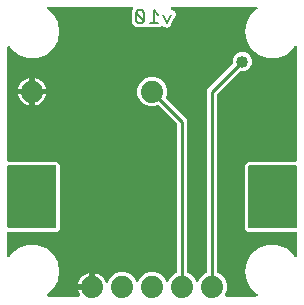
<source format=gbr>
G04 EAGLE Gerber RS-274X export*
G75*
%MOMM*%
%FSLAX34Y34*%
%LPD*%
%INBottom Copper*%
%IPPOS*%
%AMOC8*
5,1,8,0,0,1.08239X$1,22.5*%
G01*
%ADD10C,0.177800*%
%ADD11C,1.879600*%
%ADD12C,0.254000*%
%ADD13C,1.016000*%

G36*
X65081Y4324D02*
X65081Y4324D01*
X65121Y4321D01*
X65238Y4344D01*
X65357Y4359D01*
X65394Y4373D01*
X65433Y4381D01*
X65541Y4432D01*
X65652Y4476D01*
X65685Y4499D01*
X65721Y4516D01*
X65813Y4592D01*
X65910Y4662D01*
X65935Y4693D01*
X65966Y4719D01*
X66036Y4815D01*
X66113Y4907D01*
X66130Y4944D01*
X66153Y4976D01*
X66197Y5087D01*
X66248Y5195D01*
X66256Y5234D01*
X66270Y5271D01*
X66285Y5390D01*
X66308Y5507D01*
X66305Y5547D01*
X66310Y5587D01*
X66296Y5706D01*
X66288Y5825D01*
X66276Y5863D01*
X66271Y5902D01*
X66227Y6014D01*
X66190Y6127D01*
X66169Y6161D01*
X66154Y6198D01*
X66068Y6334D01*
X65989Y6443D01*
X65136Y8117D01*
X64555Y9904D01*
X64515Y10161D01*
X74930Y10161D01*
X75048Y10176D01*
X75167Y10183D01*
X75205Y10196D01*
X75245Y10201D01*
X75356Y10244D01*
X75469Y10281D01*
X75503Y10303D01*
X75541Y10318D01*
X75637Y10388D01*
X75738Y10451D01*
X75766Y10481D01*
X75798Y10504D01*
X75874Y10596D01*
X75956Y10683D01*
X75975Y10718D01*
X76001Y10749D01*
X76052Y10857D01*
X76109Y10961D01*
X76120Y11001D01*
X76137Y11037D01*
X76159Y11154D01*
X76189Y11269D01*
X76193Y11330D01*
X76197Y11350D01*
X76195Y11370D01*
X76199Y11430D01*
X76199Y12701D01*
X77470Y12701D01*
X77588Y12716D01*
X77707Y12723D01*
X77745Y12736D01*
X77785Y12741D01*
X77896Y12785D01*
X78009Y12821D01*
X78044Y12843D01*
X78081Y12858D01*
X78177Y12928D01*
X78278Y12991D01*
X78306Y13021D01*
X78339Y13045D01*
X78414Y13136D01*
X78496Y13223D01*
X78516Y13258D01*
X78541Y13290D01*
X78592Y13397D01*
X78650Y13502D01*
X78660Y13541D01*
X78677Y13577D01*
X78699Y13694D01*
X78729Y13809D01*
X78733Y13870D01*
X78737Y13890D01*
X78735Y13910D01*
X78739Y13970D01*
X78739Y24385D01*
X78996Y24345D01*
X80783Y23764D01*
X82457Y22911D01*
X83978Y21806D01*
X85306Y20478D01*
X86411Y18957D01*
X87264Y17283D01*
X87415Y16818D01*
X87428Y16791D01*
X87435Y16762D01*
X87495Y16648D01*
X87550Y16530D01*
X87569Y16507D01*
X87583Y16481D01*
X87670Y16385D01*
X87753Y16285D01*
X87777Y16268D01*
X87797Y16246D01*
X87906Y16174D01*
X88010Y16098D01*
X88038Y16087D01*
X88063Y16071D01*
X88186Y16029D01*
X88306Y15981D01*
X88336Y15977D01*
X88364Y15968D01*
X88493Y15957D01*
X88621Y15941D01*
X88651Y15945D01*
X88681Y15942D01*
X88809Y15965D01*
X88937Y15981D01*
X88965Y15992D01*
X88994Y15997D01*
X89112Y16050D01*
X89233Y16098D01*
X89257Y16115D01*
X89284Y16127D01*
X89385Y16208D01*
X89490Y16284D01*
X89509Y16307D01*
X89533Y16326D01*
X89611Y16430D01*
X89693Y16529D01*
X89706Y16556D01*
X89724Y16580D01*
X89795Y16725D01*
X91048Y19750D01*
X94550Y23252D01*
X99124Y25147D01*
X104076Y25147D01*
X108650Y23252D01*
X112152Y19750D01*
X113127Y17395D01*
X113196Y17275D01*
X113261Y17152D01*
X113275Y17137D01*
X113285Y17119D01*
X113382Y17019D01*
X113475Y16916D01*
X113492Y16905D01*
X113506Y16891D01*
X113624Y16818D01*
X113741Y16742D01*
X113760Y16735D01*
X113777Y16724D01*
X113910Y16684D01*
X114042Y16638D01*
X114062Y16637D01*
X114081Y16631D01*
X114220Y16624D01*
X114359Y16613D01*
X114379Y16617D01*
X114399Y16616D01*
X114535Y16644D01*
X114672Y16668D01*
X114691Y16676D01*
X114710Y16680D01*
X114835Y16741D01*
X114962Y16798D01*
X114978Y16811D01*
X114996Y16820D01*
X115102Y16910D01*
X115210Y16997D01*
X115223Y17013D01*
X115238Y17026D01*
X115318Y17140D01*
X115402Y17251D01*
X115414Y17276D01*
X115421Y17286D01*
X115428Y17305D01*
X115473Y17395D01*
X116448Y19750D01*
X119950Y23252D01*
X124524Y25147D01*
X129476Y25147D01*
X134050Y23252D01*
X137552Y19750D01*
X138527Y17395D01*
X138596Y17275D01*
X138661Y17152D01*
X138675Y17137D01*
X138685Y17119D01*
X138782Y17019D01*
X138875Y16916D01*
X138892Y16905D01*
X138906Y16891D01*
X139024Y16818D01*
X139141Y16742D01*
X139160Y16735D01*
X139177Y16724D01*
X139310Y16684D01*
X139442Y16638D01*
X139462Y16637D01*
X139481Y16631D01*
X139620Y16624D01*
X139759Y16613D01*
X139779Y16617D01*
X139799Y16616D01*
X139935Y16644D01*
X140072Y16668D01*
X140091Y16676D01*
X140110Y16680D01*
X140235Y16741D01*
X140362Y16798D01*
X140378Y16811D01*
X140396Y16820D01*
X140502Y16910D01*
X140610Y16997D01*
X140623Y17013D01*
X140638Y17026D01*
X140718Y17140D01*
X140802Y17251D01*
X140814Y17276D01*
X140821Y17286D01*
X140828Y17305D01*
X140873Y17395D01*
X141848Y19750D01*
X145350Y23252D01*
X147298Y24059D01*
X147323Y24073D01*
X147351Y24083D01*
X147461Y24152D01*
X147574Y24216D01*
X147595Y24237D01*
X147620Y24253D01*
X147709Y24347D01*
X147802Y24438D01*
X147818Y24463D01*
X147838Y24484D01*
X147901Y24598D01*
X147969Y24709D01*
X147977Y24737D01*
X147992Y24763D01*
X148024Y24889D01*
X148062Y25013D01*
X148064Y25042D01*
X148071Y25071D01*
X148081Y25231D01*
X148081Y150085D01*
X148069Y150184D01*
X148066Y150283D01*
X148049Y150341D01*
X148041Y150401D01*
X148005Y150493D01*
X147977Y150588D01*
X147947Y150640D01*
X147924Y150697D01*
X147866Y150777D01*
X147816Y150862D01*
X147750Y150937D01*
X147738Y150954D01*
X147728Y150962D01*
X147710Y150983D01*
X132807Y165885D01*
X132784Y165903D01*
X132765Y165926D01*
X132659Y166001D01*
X132556Y166080D01*
X132529Y166092D01*
X132505Y166109D01*
X132383Y166155D01*
X132264Y166206D01*
X132235Y166211D01*
X132207Y166221D01*
X132078Y166236D01*
X131950Y166256D01*
X131921Y166253D01*
X131891Y166257D01*
X131763Y166239D01*
X131633Y166226D01*
X131606Y166216D01*
X131576Y166212D01*
X131424Y166160D01*
X129476Y165353D01*
X124524Y165353D01*
X119950Y167248D01*
X116448Y170750D01*
X114553Y175324D01*
X114553Y180276D01*
X116448Y184850D01*
X119950Y188352D01*
X124524Y190247D01*
X129476Y190247D01*
X134050Y188352D01*
X137552Y184850D01*
X139447Y180276D01*
X139447Y175324D01*
X138640Y173376D01*
X138632Y173348D01*
X138619Y173321D01*
X138590Y173194D01*
X138556Y173069D01*
X138555Y173040D01*
X138549Y173011D01*
X138553Y172881D01*
X138551Y172751D01*
X138558Y172723D01*
X138559Y172693D01*
X138595Y172568D01*
X138625Y172442D01*
X138639Y172416D01*
X138647Y172388D01*
X138713Y172276D01*
X138774Y172161D01*
X138793Y172139D01*
X138808Y172114D01*
X138915Y171993D01*
X156719Y154189D01*
X156719Y25231D01*
X156722Y25202D01*
X156720Y25173D01*
X156742Y25045D01*
X156759Y24916D01*
X156769Y24889D01*
X156774Y24859D01*
X156828Y24741D01*
X156876Y24620D01*
X156893Y24596D01*
X156905Y24569D01*
X156986Y24468D01*
X157062Y24363D01*
X157085Y24344D01*
X157104Y24321D01*
X157207Y24243D01*
X157307Y24160D01*
X157334Y24147D01*
X157358Y24130D01*
X157502Y24059D01*
X159450Y23252D01*
X162952Y19750D01*
X163927Y17395D01*
X163996Y17275D01*
X164061Y17152D01*
X164075Y17137D01*
X164085Y17119D01*
X164182Y17019D01*
X164275Y16916D01*
X164292Y16905D01*
X164306Y16891D01*
X164425Y16818D01*
X164541Y16742D01*
X164560Y16735D01*
X164577Y16724D01*
X164710Y16684D01*
X164842Y16638D01*
X164862Y16637D01*
X164881Y16631D01*
X165020Y16624D01*
X165159Y16613D01*
X165179Y16617D01*
X165199Y16616D01*
X165335Y16644D01*
X165472Y16668D01*
X165491Y16676D01*
X165510Y16680D01*
X165636Y16741D01*
X165762Y16798D01*
X165778Y16811D01*
X165796Y16820D01*
X165902Y16910D01*
X166010Y16997D01*
X166023Y17013D01*
X166038Y17026D01*
X166118Y17140D01*
X166202Y17251D01*
X166214Y17276D01*
X166221Y17286D01*
X166228Y17305D01*
X166273Y17395D01*
X167248Y19750D01*
X170750Y23252D01*
X172698Y24059D01*
X172723Y24073D01*
X172751Y24083D01*
X172861Y24152D01*
X172974Y24216D01*
X172995Y24237D01*
X173020Y24253D01*
X173109Y24347D01*
X173202Y24438D01*
X173218Y24463D01*
X173238Y24484D01*
X173301Y24598D01*
X173369Y24709D01*
X173377Y24737D01*
X173392Y24763D01*
X173424Y24889D01*
X173462Y25013D01*
X173464Y25042D01*
X173471Y25071D01*
X173481Y25231D01*
X173481Y179589D01*
X194700Y200807D01*
X194760Y200885D01*
X194828Y200958D01*
X194857Y201011D01*
X194894Y201058D01*
X194934Y201149D01*
X194982Y201236D01*
X194997Y201295D01*
X195021Y201350D01*
X195036Y201448D01*
X195061Y201544D01*
X195067Y201644D01*
X195071Y201664D01*
X195069Y201677D01*
X195071Y201705D01*
X195071Y204817D01*
X196309Y207805D01*
X198595Y210091D01*
X201583Y211329D01*
X204817Y211329D01*
X207805Y210091D01*
X210091Y207805D01*
X211329Y204817D01*
X211329Y201583D01*
X210091Y198595D01*
X207805Y196309D01*
X204817Y195071D01*
X201705Y195071D01*
X201606Y195059D01*
X201507Y195056D01*
X201449Y195039D01*
X201389Y195031D01*
X201297Y194995D01*
X201202Y194967D01*
X201150Y194937D01*
X201093Y194914D01*
X201013Y194856D01*
X200928Y194806D01*
X200853Y194740D01*
X200836Y194728D01*
X200828Y194718D01*
X200807Y194700D01*
X182490Y176383D01*
X182430Y176305D01*
X182362Y176232D01*
X182333Y176179D01*
X182296Y176132D01*
X182256Y176041D01*
X182208Y175954D01*
X182193Y175895D01*
X182169Y175840D01*
X182154Y175742D01*
X182129Y175646D01*
X182123Y175546D01*
X182119Y175526D01*
X182121Y175513D01*
X182119Y175485D01*
X182119Y25231D01*
X182122Y25202D01*
X182120Y25173D01*
X182142Y25045D01*
X182159Y24916D01*
X182169Y24889D01*
X182174Y24859D01*
X182228Y24741D01*
X182276Y24620D01*
X182293Y24596D01*
X182305Y24569D01*
X182386Y24468D01*
X182462Y24363D01*
X182485Y24344D01*
X182504Y24321D01*
X182607Y24243D01*
X182707Y24160D01*
X182734Y24147D01*
X182758Y24130D01*
X182902Y24059D01*
X184850Y23252D01*
X188352Y19750D01*
X190247Y15176D01*
X190247Y10224D01*
X188528Y6074D01*
X188514Y6026D01*
X188493Y5981D01*
X188473Y5873D01*
X188444Y5767D01*
X188443Y5717D01*
X188433Y5668D01*
X188440Y5559D01*
X188439Y5449D01*
X188450Y5401D01*
X188453Y5351D01*
X188487Y5247D01*
X188513Y5140D01*
X188536Y5096D01*
X188551Y5049D01*
X188610Y4956D01*
X188661Y4859D01*
X188695Y4822D01*
X188721Y4780D01*
X188802Y4705D01*
X188875Y4623D01*
X188917Y4596D01*
X188953Y4562D01*
X189049Y4509D01*
X189141Y4449D01*
X189188Y4432D01*
X189232Y4408D01*
X189338Y4381D01*
X189442Y4345D01*
X189491Y4341D01*
X189539Y4329D01*
X189700Y4319D01*
X215067Y4319D01*
X215102Y4323D01*
X215137Y4321D01*
X215259Y4343D01*
X215382Y4359D01*
X215415Y4372D01*
X215450Y4378D01*
X215563Y4430D01*
X215678Y4476D01*
X215706Y4496D01*
X215739Y4511D01*
X215835Y4590D01*
X215935Y4662D01*
X215958Y4690D01*
X215985Y4712D01*
X216059Y4812D01*
X216138Y4907D01*
X216153Y4939D01*
X216174Y4968D01*
X216221Y5083D01*
X216274Y5195D01*
X216280Y5230D01*
X216293Y5263D01*
X216310Y5386D01*
X216333Y5507D01*
X216331Y5543D01*
X216336Y5578D01*
X216321Y5701D01*
X216314Y5825D01*
X216303Y5859D01*
X216298Y5894D01*
X216254Y6009D01*
X216216Y6127D01*
X216197Y6157D01*
X216184Y6190D01*
X216112Y6291D01*
X216045Y6396D01*
X216020Y6420D01*
X215999Y6449D01*
X215882Y6560D01*
X211015Y10644D01*
X207029Y17549D01*
X205645Y25400D01*
X207029Y33251D01*
X211015Y40155D01*
X217122Y45280D01*
X224614Y48007D01*
X232586Y48007D01*
X240078Y45280D01*
X246185Y40156D01*
X247313Y38202D01*
X247401Y38086D01*
X247486Y37968D01*
X247497Y37959D01*
X247505Y37949D01*
X247619Y37858D01*
X247731Y37765D01*
X247744Y37759D01*
X247754Y37751D01*
X247888Y37691D01*
X248019Y37630D01*
X248032Y37627D01*
X248045Y37622D01*
X248189Y37597D01*
X248332Y37570D01*
X248345Y37571D01*
X248358Y37568D01*
X248504Y37581D01*
X248649Y37590D01*
X248662Y37594D01*
X248675Y37595D01*
X248813Y37643D01*
X248951Y37688D01*
X248963Y37695D01*
X248976Y37699D01*
X249097Y37780D01*
X249220Y37858D01*
X249229Y37868D01*
X249241Y37875D01*
X249338Y37983D01*
X249438Y38089D01*
X249445Y38101D01*
X249454Y38111D01*
X249521Y38240D01*
X249592Y38368D01*
X249595Y38381D01*
X249601Y38393D01*
X249635Y38535D01*
X249671Y38676D01*
X249672Y38694D01*
X249674Y38702D01*
X249674Y38720D01*
X249681Y38837D01*
X249681Y57912D01*
X249666Y58030D01*
X249659Y58149D01*
X249646Y58187D01*
X249641Y58228D01*
X249598Y58338D01*
X249561Y58451D01*
X249539Y58486D01*
X249524Y58523D01*
X249455Y58619D01*
X249391Y58720D01*
X249361Y58748D01*
X249338Y58781D01*
X249246Y58857D01*
X249159Y58938D01*
X249124Y58958D01*
X249093Y58983D01*
X248985Y59034D01*
X248881Y59092D01*
X248841Y59102D01*
X248805Y59119D01*
X248688Y59141D01*
X248573Y59171D01*
X248513Y59175D01*
X248493Y59179D01*
X248472Y59177D01*
X248412Y59181D01*
X207761Y59181D01*
X205231Y61711D01*
X205231Y116089D01*
X207761Y118619D01*
X248412Y118619D01*
X248530Y118634D01*
X248649Y118641D01*
X248687Y118654D01*
X248728Y118659D01*
X248838Y118702D01*
X248951Y118739D01*
X248986Y118761D01*
X249023Y118776D01*
X249119Y118845D01*
X249220Y118909D01*
X249248Y118939D01*
X249281Y118962D01*
X249357Y119054D01*
X249438Y119141D01*
X249458Y119176D01*
X249483Y119207D01*
X249534Y119315D01*
X249592Y119419D01*
X249602Y119459D01*
X249619Y119495D01*
X249641Y119612D01*
X249671Y119727D01*
X249675Y119787D01*
X249679Y119807D01*
X249677Y119828D01*
X249681Y119888D01*
X249681Y215163D01*
X249663Y215308D01*
X249648Y215453D01*
X249643Y215466D01*
X249641Y215479D01*
X249588Y215614D01*
X249537Y215751D01*
X249529Y215762D01*
X249524Y215775D01*
X249439Y215892D01*
X249356Y216012D01*
X249345Y216021D01*
X249338Y216032D01*
X249226Y216125D01*
X249115Y216220D01*
X249103Y216226D01*
X249093Y216235D01*
X248961Y216297D01*
X248830Y216362D01*
X248817Y216365D01*
X248805Y216370D01*
X248663Y216398D01*
X248519Y216428D01*
X248506Y216428D01*
X248493Y216430D01*
X248348Y216421D01*
X248202Y216415D01*
X248188Y216411D01*
X248175Y216410D01*
X248037Y216366D01*
X247897Y216324D01*
X247885Y216317D01*
X247873Y216312D01*
X247750Y216235D01*
X247625Y216159D01*
X247615Y216149D01*
X247604Y216142D01*
X247504Y216036D01*
X247402Y215932D01*
X247392Y215917D01*
X247386Y215911D01*
X247378Y215896D01*
X247313Y215798D01*
X246185Y213845D01*
X240078Y208720D01*
X232586Y205993D01*
X224614Y205993D01*
X217122Y208720D01*
X211015Y213844D01*
X207029Y220749D01*
X205645Y228600D01*
X207029Y236451D01*
X211015Y243355D01*
X215882Y247440D01*
X215906Y247466D01*
X215935Y247486D01*
X216014Y247582D01*
X216099Y247673D01*
X216115Y247704D01*
X216138Y247731D01*
X216191Y247844D01*
X216250Y247953D01*
X216258Y247987D01*
X216274Y248019D01*
X216297Y248141D01*
X216327Y248261D01*
X216327Y248297D01*
X216333Y248332D01*
X216326Y248455D01*
X216325Y248579D01*
X216316Y248614D01*
X216314Y248649D01*
X216275Y248767D01*
X216244Y248887D01*
X216226Y248918D01*
X216216Y248951D01*
X216149Y249056D01*
X216089Y249165D01*
X216064Y249190D01*
X216045Y249220D01*
X215955Y249305D01*
X215870Y249395D01*
X215840Y249414D01*
X215814Y249438D01*
X215705Y249498D01*
X215600Y249564D01*
X215566Y249575D01*
X215535Y249592D01*
X215415Y249623D01*
X215297Y249660D01*
X215262Y249662D01*
X215227Y249671D01*
X215067Y249681D01*
X143853Y249681D01*
X143828Y249678D01*
X143803Y249680D01*
X143671Y249658D01*
X143537Y249641D01*
X143514Y249632D01*
X143490Y249628D01*
X143366Y249574D01*
X143241Y249524D01*
X143221Y249510D01*
X143199Y249500D01*
X143093Y249416D01*
X142984Y249338D01*
X142968Y249318D01*
X142949Y249303D01*
X142867Y249196D01*
X142781Y249093D01*
X142771Y249070D01*
X142756Y249050D01*
X142703Y248926D01*
X142646Y248805D01*
X142641Y248781D01*
X142631Y248758D01*
X142611Y248624D01*
X142586Y248493D01*
X142587Y248468D01*
X142584Y248443D01*
X142597Y248309D01*
X142606Y248175D01*
X142613Y248152D01*
X142616Y248127D01*
X142662Y248000D01*
X142704Y247873D01*
X142717Y247852D01*
X142726Y247828D01*
X142802Y247718D01*
X142874Y247604D01*
X142892Y247587D01*
X142906Y247567D01*
X143007Y247478D01*
X143106Y247386D01*
X143127Y247374D01*
X143146Y247358D01*
X143285Y247277D01*
X146170Y245834D01*
X147202Y242739D01*
X143164Y234663D01*
X143160Y234654D01*
X143155Y234646D01*
X143095Y234497D01*
X142690Y233281D01*
X142651Y233254D01*
X142525Y233171D01*
X142519Y233164D01*
X142512Y233159D01*
X142413Y233046D01*
X142313Y232934D01*
X142309Y232926D01*
X142303Y232919D01*
X142278Y232876D01*
X141072Y232474D01*
X141064Y232470D01*
X141054Y232468D01*
X140906Y232405D01*
X139760Y231832D01*
X139713Y231841D01*
X139566Y231870D01*
X139556Y231870D01*
X139548Y231872D01*
X139398Y231861D01*
X139248Y231853D01*
X139239Y231850D01*
X139230Y231850D01*
X139183Y231837D01*
X138046Y232406D01*
X138037Y232409D01*
X138029Y232414D01*
X137880Y232474D01*
X136664Y232880D01*
X136637Y232918D01*
X136554Y233044D01*
X136547Y233050D01*
X136542Y233057D01*
X136429Y233155D01*
X136317Y233256D01*
X136309Y233260D01*
X136302Y233266D01*
X136163Y233347D01*
X135904Y233477D01*
X135834Y233501D01*
X135767Y233535D01*
X135684Y233554D01*
X135604Y233582D01*
X135530Y233589D01*
X135457Y233605D01*
X135372Y233602D01*
X135287Y233610D01*
X135214Y233597D01*
X135139Y233595D01*
X135057Y233571D01*
X134973Y233558D01*
X134905Y233527D01*
X134833Y233507D01*
X134760Y233464D01*
X134682Y233429D01*
X134624Y233383D01*
X134560Y233345D01*
X134439Y233239D01*
X133355Y232155D01*
X123144Y232155D01*
X122666Y232634D01*
X122572Y232707D01*
X122482Y232786D01*
X122446Y232804D01*
X122414Y232829D01*
X122305Y232876D01*
X122199Y232930D01*
X122160Y232939D01*
X122123Y232955D01*
X122005Y232974D01*
X121889Y233000D01*
X121848Y232999D01*
X121808Y233005D01*
X121690Y232994D01*
X121571Y232990D01*
X121532Y232979D01*
X121492Y232975D01*
X121380Y232935D01*
X121265Y232902D01*
X121231Y232881D01*
X121193Y232868D01*
X121094Y232801D01*
X120992Y232740D01*
X120946Y232701D01*
X120929Y232689D01*
X120916Y232674D01*
X120871Y232634D01*
X120392Y232155D01*
X115264Y232155D01*
X113655Y232155D01*
X112290Y233521D01*
X109612Y236199D01*
X109612Y237808D01*
X109612Y239986D01*
X109612Y239987D01*
X109612Y246410D01*
X110716Y247515D01*
X110802Y247624D01*
X110890Y247731D01*
X110899Y247750D01*
X110911Y247766D01*
X110967Y247894D01*
X111026Y248019D01*
X111029Y248039D01*
X111038Y248058D01*
X111059Y248196D01*
X111085Y248332D01*
X111084Y248352D01*
X111087Y248372D01*
X111074Y248511D01*
X111066Y248649D01*
X111060Y248668D01*
X111058Y248688D01*
X111010Y248820D01*
X110968Y248951D01*
X110957Y248969D01*
X110950Y248988D01*
X110872Y249103D01*
X110798Y249220D01*
X110783Y249234D01*
X110771Y249251D01*
X110667Y249343D01*
X110566Y249438D01*
X110548Y249448D01*
X110533Y249461D01*
X110409Y249524D01*
X110287Y249592D01*
X110268Y249597D01*
X110250Y249606D01*
X110114Y249636D01*
X109979Y249671D01*
X109951Y249673D01*
X109939Y249676D01*
X109919Y249675D01*
X109819Y249681D01*
X38933Y249681D01*
X38898Y249677D01*
X38863Y249679D01*
X38741Y249657D01*
X38618Y249641D01*
X38585Y249628D01*
X38550Y249622D01*
X38437Y249570D01*
X38322Y249524D01*
X38294Y249504D01*
X38261Y249489D01*
X38165Y249410D01*
X38065Y249338D01*
X38042Y249310D01*
X38015Y249288D01*
X37941Y249188D01*
X37862Y249093D01*
X37847Y249061D01*
X37826Y249032D01*
X37779Y248917D01*
X37726Y248805D01*
X37720Y248770D01*
X37707Y248737D01*
X37690Y248614D01*
X37667Y248493D01*
X37669Y248457D01*
X37664Y248422D01*
X37679Y248299D01*
X37686Y248175D01*
X37697Y248141D01*
X37702Y248106D01*
X37746Y247991D01*
X37784Y247873D01*
X37803Y247843D01*
X37816Y247810D01*
X37888Y247709D01*
X37955Y247604D01*
X37980Y247580D01*
X38001Y247551D01*
X38118Y247440D01*
X42985Y243356D01*
X46971Y236451D01*
X48355Y228600D01*
X46971Y220749D01*
X42985Y213845D01*
X36878Y208720D01*
X29386Y205993D01*
X21414Y205993D01*
X13922Y208720D01*
X7815Y213844D01*
X6687Y215798D01*
X6599Y215914D01*
X6514Y216032D01*
X6503Y216041D01*
X6495Y216051D01*
X6381Y216142D01*
X6269Y216235D01*
X6256Y216241D01*
X6246Y216249D01*
X6112Y216309D01*
X5981Y216370D01*
X5968Y216373D01*
X5955Y216378D01*
X5811Y216403D01*
X5668Y216430D01*
X5655Y216429D01*
X5642Y216432D01*
X5496Y216419D01*
X5351Y216410D01*
X5338Y216406D01*
X5325Y216405D01*
X5187Y216357D01*
X5049Y216312D01*
X5037Y216305D01*
X5024Y216301D01*
X4903Y216220D01*
X4780Y216142D01*
X4771Y216132D01*
X4759Y216125D01*
X4662Y216017D01*
X4562Y215911D01*
X4555Y215899D01*
X4546Y215889D01*
X4479Y215760D01*
X4408Y215632D01*
X4405Y215619D01*
X4399Y215607D01*
X4365Y215465D01*
X4329Y215324D01*
X4328Y215306D01*
X4326Y215298D01*
X4326Y215280D01*
X4319Y215163D01*
X4319Y119888D01*
X4334Y119770D01*
X4341Y119651D01*
X4354Y119613D01*
X4359Y119572D01*
X4402Y119462D01*
X4439Y119349D01*
X4461Y119314D01*
X4476Y119277D01*
X4545Y119181D01*
X4609Y119080D01*
X4639Y119052D01*
X4662Y119019D01*
X4754Y118943D01*
X4841Y118862D01*
X4876Y118842D01*
X4907Y118817D01*
X5015Y118766D01*
X5119Y118708D01*
X5159Y118698D01*
X5195Y118681D01*
X5312Y118659D01*
X5427Y118629D01*
X5487Y118625D01*
X5507Y118621D01*
X5528Y118623D01*
X5588Y118619D01*
X46239Y118619D01*
X48769Y116089D01*
X48769Y61711D01*
X46239Y59181D01*
X5588Y59181D01*
X5470Y59166D01*
X5351Y59159D01*
X5313Y59146D01*
X5272Y59141D01*
X5162Y59098D01*
X5049Y59061D01*
X5014Y59039D01*
X4977Y59024D01*
X4881Y58955D01*
X4780Y58891D01*
X4752Y58861D01*
X4719Y58838D01*
X4643Y58746D01*
X4562Y58659D01*
X4542Y58624D01*
X4517Y58593D01*
X4466Y58485D01*
X4408Y58381D01*
X4398Y58341D01*
X4381Y58305D01*
X4359Y58188D01*
X4329Y58073D01*
X4325Y58013D01*
X4321Y57993D01*
X4323Y57972D01*
X4319Y57912D01*
X4319Y38837D01*
X4337Y38692D01*
X4352Y38547D01*
X4357Y38534D01*
X4359Y38521D01*
X4412Y38386D01*
X4463Y38249D01*
X4471Y38238D01*
X4476Y38225D01*
X4561Y38108D01*
X4644Y37988D01*
X4655Y37979D01*
X4662Y37968D01*
X4775Y37875D01*
X4885Y37780D01*
X4897Y37774D01*
X4907Y37765D01*
X5039Y37703D01*
X5170Y37638D01*
X5183Y37635D01*
X5195Y37630D01*
X5337Y37602D01*
X5481Y37572D01*
X5494Y37572D01*
X5507Y37570D01*
X5652Y37579D01*
X5798Y37585D01*
X5812Y37589D01*
X5825Y37590D01*
X5963Y37634D01*
X6103Y37676D01*
X6115Y37683D01*
X6127Y37688D01*
X6250Y37765D01*
X6375Y37841D01*
X6385Y37851D01*
X6396Y37858D01*
X6496Y37964D01*
X6598Y38068D01*
X6608Y38083D01*
X6614Y38089D01*
X6622Y38104D01*
X6687Y38202D01*
X7815Y40155D01*
X13922Y45280D01*
X21414Y48007D01*
X29386Y48007D01*
X36878Y45280D01*
X42985Y40156D01*
X46971Y33251D01*
X48355Y25400D01*
X46971Y17549D01*
X42985Y10645D01*
X38118Y6560D01*
X38094Y6534D01*
X38065Y6514D01*
X37986Y6418D01*
X37901Y6327D01*
X37885Y6296D01*
X37862Y6269D01*
X37809Y6156D01*
X37750Y6047D01*
X37742Y6013D01*
X37726Y5981D01*
X37703Y5859D01*
X37673Y5739D01*
X37673Y5703D01*
X37667Y5668D01*
X37674Y5545D01*
X37675Y5421D01*
X37684Y5386D01*
X37686Y5351D01*
X37725Y5233D01*
X37756Y5113D01*
X37774Y5082D01*
X37784Y5049D01*
X37851Y4944D01*
X37911Y4835D01*
X37936Y4810D01*
X37955Y4780D01*
X38045Y4695D01*
X38130Y4605D01*
X38160Y4586D01*
X38186Y4562D01*
X38295Y4502D01*
X38400Y4436D01*
X38434Y4425D01*
X38465Y4408D01*
X38585Y4377D01*
X38703Y4340D01*
X38738Y4338D01*
X38773Y4329D01*
X38933Y4319D01*
X65041Y4319D01*
X65081Y4324D01*
G37*
G36*
X44568Y62246D02*
X44568Y62246D01*
X44687Y62253D01*
X44725Y62266D01*
X44766Y62271D01*
X44876Y62314D01*
X44989Y62351D01*
X45024Y62373D01*
X45061Y62388D01*
X45157Y62458D01*
X45258Y62521D01*
X45286Y62551D01*
X45319Y62574D01*
X45395Y62666D01*
X45476Y62753D01*
X45496Y62788D01*
X45521Y62819D01*
X45572Y62927D01*
X45630Y63031D01*
X45640Y63071D01*
X45657Y63107D01*
X45679Y63224D01*
X45709Y63339D01*
X45713Y63400D01*
X45717Y63420D01*
X45715Y63440D01*
X45719Y63500D01*
X45719Y114300D01*
X45704Y114418D01*
X45697Y114537D01*
X45684Y114575D01*
X45679Y114616D01*
X45636Y114726D01*
X45599Y114839D01*
X45577Y114874D01*
X45562Y114911D01*
X45493Y115007D01*
X45429Y115108D01*
X45399Y115136D01*
X45376Y115169D01*
X45284Y115245D01*
X45197Y115326D01*
X45162Y115346D01*
X45131Y115371D01*
X45023Y115422D01*
X44919Y115480D01*
X44879Y115490D01*
X44843Y115507D01*
X44726Y115529D01*
X44611Y115559D01*
X44551Y115563D01*
X44531Y115567D01*
X44510Y115565D01*
X44450Y115569D01*
X5588Y115569D01*
X5470Y115554D01*
X5351Y115547D01*
X5313Y115534D01*
X5272Y115529D01*
X5162Y115486D01*
X5049Y115449D01*
X5014Y115427D01*
X4977Y115412D01*
X4881Y115343D01*
X4780Y115279D01*
X4752Y115249D01*
X4719Y115226D01*
X4643Y115134D01*
X4562Y115047D01*
X4542Y115012D01*
X4517Y114981D01*
X4466Y114873D01*
X4408Y114769D01*
X4398Y114729D01*
X4381Y114693D01*
X4359Y114576D01*
X4329Y114461D01*
X4325Y114401D01*
X4321Y114381D01*
X4323Y114360D01*
X4322Y114356D01*
X4321Y114351D01*
X4322Y114345D01*
X4319Y114300D01*
X4319Y63500D01*
X4334Y63382D01*
X4341Y63263D01*
X4354Y63225D01*
X4359Y63184D01*
X4402Y63074D01*
X4439Y62961D01*
X4461Y62926D01*
X4476Y62889D01*
X4545Y62793D01*
X4609Y62692D01*
X4639Y62664D01*
X4662Y62631D01*
X4754Y62556D01*
X4841Y62474D01*
X4876Y62454D01*
X4907Y62429D01*
X5015Y62378D01*
X5119Y62320D01*
X5159Y62310D01*
X5195Y62293D01*
X5312Y62271D01*
X5427Y62241D01*
X5487Y62237D01*
X5507Y62233D01*
X5528Y62235D01*
X5588Y62231D01*
X44450Y62231D01*
X44568Y62246D01*
G37*
G36*
X248530Y62246D02*
X248530Y62246D01*
X248649Y62253D01*
X248687Y62266D01*
X248728Y62271D01*
X248838Y62314D01*
X248951Y62351D01*
X248986Y62373D01*
X249023Y62388D01*
X249119Y62458D01*
X249220Y62521D01*
X249248Y62551D01*
X249281Y62574D01*
X249357Y62666D01*
X249438Y62753D01*
X249458Y62788D01*
X249483Y62819D01*
X249534Y62927D01*
X249592Y63031D01*
X249602Y63071D01*
X249619Y63107D01*
X249641Y63224D01*
X249671Y63339D01*
X249675Y63400D01*
X249679Y63420D01*
X249677Y63440D01*
X249681Y63500D01*
X249681Y114300D01*
X249666Y114418D01*
X249659Y114537D01*
X249646Y114575D01*
X249641Y114616D01*
X249598Y114726D01*
X249561Y114839D01*
X249539Y114874D01*
X249524Y114911D01*
X249455Y115007D01*
X249391Y115108D01*
X249361Y115136D01*
X249338Y115169D01*
X249246Y115245D01*
X249159Y115326D01*
X249124Y115346D01*
X249093Y115371D01*
X248985Y115422D01*
X248881Y115480D01*
X248841Y115490D01*
X248805Y115507D01*
X248688Y115529D01*
X248573Y115559D01*
X248513Y115563D01*
X248493Y115567D01*
X248472Y115565D01*
X248412Y115569D01*
X209550Y115569D01*
X209432Y115554D01*
X209313Y115547D01*
X209275Y115534D01*
X209234Y115529D01*
X209124Y115486D01*
X209011Y115449D01*
X208976Y115427D01*
X208939Y115412D01*
X208843Y115343D01*
X208742Y115279D01*
X208714Y115249D01*
X208681Y115226D01*
X208606Y115134D01*
X208524Y115047D01*
X208504Y115012D01*
X208479Y114981D01*
X208428Y114873D01*
X208370Y114769D01*
X208360Y114729D01*
X208343Y114693D01*
X208321Y114576D01*
X208291Y114461D01*
X208287Y114401D01*
X208283Y114381D01*
X208285Y114360D01*
X208284Y114356D01*
X208283Y114351D01*
X208284Y114345D01*
X208281Y114300D01*
X208281Y63500D01*
X208296Y63382D01*
X208303Y63263D01*
X208316Y63225D01*
X208321Y63184D01*
X208364Y63074D01*
X208401Y62961D01*
X208423Y62926D01*
X208438Y62889D01*
X208508Y62793D01*
X208571Y62692D01*
X208601Y62664D01*
X208624Y62631D01*
X208716Y62556D01*
X208803Y62474D01*
X208838Y62454D01*
X208869Y62429D01*
X208977Y62378D01*
X209081Y62320D01*
X209121Y62310D01*
X209157Y62293D01*
X209274Y62271D01*
X209389Y62241D01*
X209450Y62237D01*
X209470Y62233D01*
X209490Y62235D01*
X209550Y62231D01*
X248412Y62231D01*
X248530Y62246D01*
G37*
%LPC*%
G36*
X27649Y180049D02*
X27649Y180049D01*
X27649Y189531D01*
X28196Y189445D01*
X29983Y188864D01*
X31657Y188011D01*
X33178Y186906D01*
X34506Y185578D01*
X35611Y184057D01*
X36464Y182383D01*
X37045Y180596D01*
X37131Y180049D01*
X27649Y180049D01*
G37*
%LPD*%
%LPC*%
G36*
X13669Y180049D02*
X13669Y180049D01*
X13755Y180596D01*
X14336Y182383D01*
X15189Y184057D01*
X16294Y185578D01*
X17622Y186906D01*
X19143Y188011D01*
X20817Y188864D01*
X22604Y189445D01*
X23151Y189531D01*
X23151Y180049D01*
X13669Y180049D01*
G37*
%LPD*%
%LPC*%
G36*
X27649Y175551D02*
X27649Y175551D01*
X37131Y175551D01*
X37045Y175004D01*
X36464Y173217D01*
X35611Y171543D01*
X34506Y170022D01*
X33178Y168694D01*
X31657Y167589D01*
X29983Y166736D01*
X28196Y166155D01*
X27649Y166069D01*
X27649Y175551D01*
G37*
%LPD*%
%LPC*%
G36*
X22604Y166155D02*
X22604Y166155D01*
X20817Y166736D01*
X19143Y167589D01*
X17622Y168694D01*
X16294Y170022D01*
X15189Y171543D01*
X14336Y173217D01*
X13755Y175004D01*
X13669Y175551D01*
X23151Y175551D01*
X23151Y166069D01*
X22604Y166155D01*
G37*
%LPD*%
%LPC*%
G36*
X64515Y15239D02*
X64515Y15239D01*
X64555Y15496D01*
X65136Y17283D01*
X65989Y18957D01*
X67094Y20478D01*
X68422Y21806D01*
X69943Y22911D01*
X71617Y23764D01*
X73404Y24345D01*
X73661Y24385D01*
X73661Y15239D01*
X64515Y15239D01*
G37*
%LPD*%
D10*
X142950Y243042D02*
X139476Y236093D01*
X136002Y243042D01*
X131724Y243042D02*
X128250Y246516D01*
X128250Y236093D01*
X131724Y236093D02*
X124776Y236093D01*
X120498Y237830D02*
X120498Y244779D01*
X118761Y246516D01*
X115286Y246516D01*
X113549Y244779D01*
X113549Y237830D01*
X115286Y236093D01*
X118761Y236093D01*
X120498Y237830D01*
X113549Y244779D01*
D11*
X101600Y12700D03*
X127000Y12700D03*
X177800Y12700D03*
X76200Y12700D03*
X152400Y12700D03*
X25400Y101600D03*
X228600Y101600D03*
X25400Y177800D03*
X127000Y177800D03*
D12*
X152400Y152400D02*
X152400Y12700D01*
X152400Y152400D02*
X127000Y177800D01*
D13*
X152400Y177800D03*
X193040Y228600D03*
X165100Y40640D03*
X190500Y144780D03*
X203200Y203200D03*
D12*
X177800Y177800D02*
X177800Y12700D01*
X177800Y177800D02*
X203200Y203200D01*
M02*

</source>
